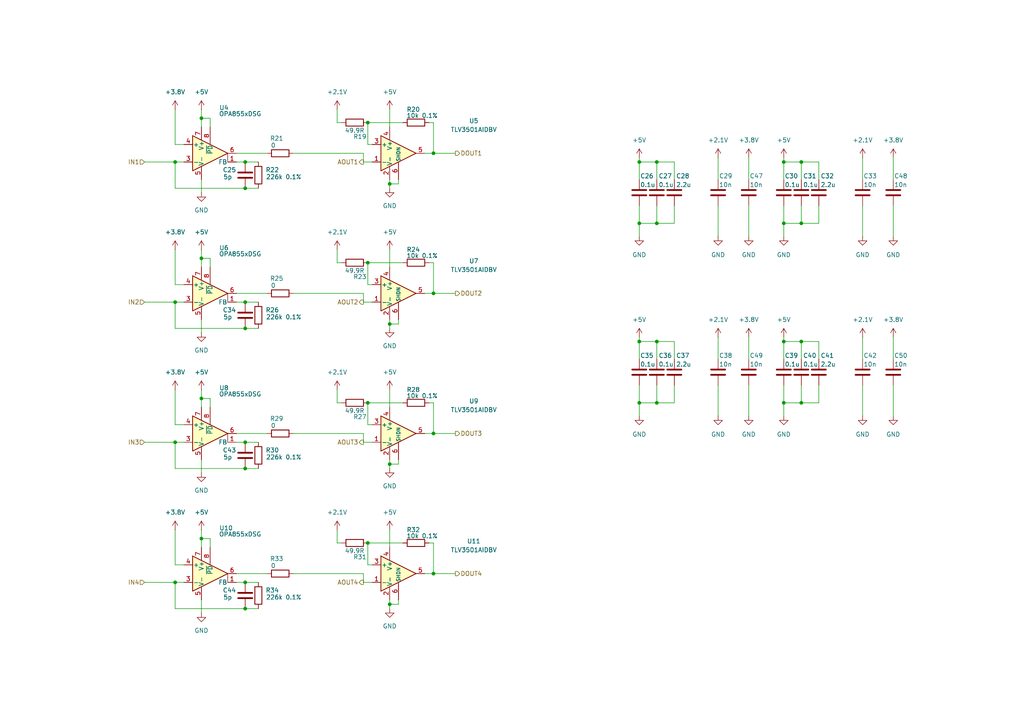
<source format=kicad_sch>
(kicad_sch (version 20231120) (generator "eeschema") (generator_version "8.0")
  (paper "A4")
  (lib_symbols
    (symbol "Device:C" (pin_numbers hide) (pin_names (offset 0.254))
      (property "Reference" "C" (at 0.635 2.54 0))
      (property "Value" "C" (at 0.635 -2.54 0))
      (symbol "C_0_1"
        (polyline (pts (xy -2.032 -0.762) (xy 2.032 -0.762)) (stroke (width 0.508)))
        (polyline (pts (xy -2.032 0.762) (xy 2.032 0.762)) (stroke (width 0.508)))
      )
      (symbol "C_1_1"
        (pin passive line (at 0 3.81 270) (length 2.794) (name "~") (number "1"))
        (pin passive line (at 0 -3.81 90) (length 2.794) (name "~") (number "2"))
      )
    )
    (symbol "Device:R" (pin_numbers hide) (pin_names (offset 0))
      (property "Reference" "R" (at 2.032 0 90))
      (property "Value" "R" (at 0 0 90))
      (symbol "R_0_1"
        (rectangle (start -1.016 -2.54) (end 1.016 2.54) (stroke (width 0.254)))
      )
      (symbol "R_1_1"
        (pin passive line (at 0 3.81 270) (length 1.27) (name "~") (number "1"))
        (pin passive line (at 0 -3.81 90) (length 1.27) (name "~") (number "2"))
      )
    )
    (symbol "opa855:OPA855xDSG" (pin_names (offset 0.127))
      (property "Reference" "U" (at 1.27 8.89 0))
      (property "Value" "OPA855xDSG" (at 1.27 6.35 0))
      (symbol "OPA855xDSG_0_0"
        (pin power_in line (at -2.54 7.62 270) (length 3.81) (name "V+") (number "7"))
        (pin input line (at 0 7.62 270) (length 5.08) (name "~{PD}") (number "8"))
        (pin passive line (at -2.54 -7.62 90) (length 3.81) hide (name "V-") (number "9"))
      )
      (symbol "OPA855xDSG_0_1"
        (polyline (pts (xy 5.08 0) (xy 5.08 -2.54)) (stroke (width 0.1524)))
        (polyline (pts (xy -5.08 5.08) (xy 5.08 0) (xy -5.08 -5.08) (xy -5.08 5.08)) (stroke (width 0.254)) (fill (type background)))
        (pin no_connect line (at -5.08 -5.08 90) (length 3.81) hide (name "NC") (number "2"))
        (pin output line (at 7.62 0 180) (length 2.54) (name "~") (number "6"))
      )
      (symbol "OPA855xDSG_1_1"
        (pin output line (at 7.62 -2.54 180) (length 2.54) (name "FB") (number "1"))
        (pin input line (at -7.62 -2.54 0) (length 2.54) (name "-") (number "3"))
        (pin input line (at -7.62 2.54 0) (length 2.54) (name "+") (number "4"))
        (pin power_in line (at -2.54 -7.62 90) (length 3.81) (name "V-") (number "5"))
      )
    )
    (symbol "power:+5V" (power) (pin_numbers hide) (pin_names (offset 0) hide)
      (property "Value" "+5V" (at 0 3.556 0))
      (symbol "+5V_0_1"
        (polyline (pts (xy -0.762 1.27) (xy 0 2.54)))
        (polyline (pts (xy 0 0) (xy 0 2.54)))
        (polyline (pts (xy 0 2.54) (xy 0.762 1.27)))
      )
      (symbol "+5V_1_1"
        (pin power_in line (at 0 0 90) (length 0) (name "~") (number "1"))
      )
    )
    (symbol "power:GND" (power) (pin_numbers hide) (pin_names (offset 0) hide)
      (property "Value" "GND" (at 0 -3.81 0))
      (symbol "GND_0_1"
        (polyline (pts (xy 0 0) (xy 0 -1.27) (xy 1.27 -1.27) (xy 0 -2.54) (xy -1.27 -1.27) (xy 0 -1.27)))
      )
      (symbol "GND_1_1"
        (pin power_in line (at 0 0 270) (length 0) (name "~") (number "1"))
      )
    )
    (symbol "tlv3501:TLV3501AIDBV" (pin_names (offset 0.127))
      (property "Reference" "U" (at 3.81 -5.08 0))
      (property "Value" "TLV3501AIDBV" (at 3.81 -7.62 0))
      (symbol "TLV3501AIDBV_1_1"
        (polyline (pts (xy -5.08 5.08) (xy 5.08 0) (xy -5.08 -5.08) (xy -5.08 5.08)) (stroke (width 0.254)) (fill (type background)))
        (pin input line (at -7.62 -2.54 0) (length 2.54) (name "-") (number "1"))
        (pin power_in line (at -2.54 -7.62 90) (length 3.81) (name "V-") (number "2"))
        (pin input line (at -7.62 2.54 0) (length 2.54) (name "+") (number "3"))
        (pin power_in line (at -2.54 7.62 270) (length 3.81) (name "V+") (number "4"))
        (pin output line (at 7.62 0 180) (length 2.54) (name "~") (number "5"))
        (pin input line (at 0 -7.62 90) (length 5.08) (name "SHDN") (number "6"))
      )
    )
  )
  (junction (at 71.12 54.61))
  (junction (at 232.41 116.84))
  (junction (at 71.12 87.63))
  (junction (at 190.5 99.06))
  (junction (at 71.12 176.53))
  (junction (at 50.8 87.63))
  (junction (at 232.41 46.99))
  (junction (at 71.12 168.91))
  (junction (at 185.42 64.77))
  (junction (at 125.73 44.45))
  (junction (at 232.41 99.06))
  (junction (at 227.33 99.06))
  (junction (at 190.5 46.99))
  (junction (at 106.68 157.48))
  (junction (at 71.12 46.99))
  (junction (at 58.42 34.29))
  (junction (at 106.68 35.56))
  (junction (at 113.03 93.98))
  (junction (at 227.33 46.99))
  (junction (at 125.73 85.09))
  (junction (at 125.73 125.73))
  (junction (at 50.8 168.91))
  (junction (at 185.42 99.06))
  (junction (at 58.42 115.57))
  (junction (at 185.42 116.84))
  (junction (at 185.42 46.99))
  (junction (at 190.5 64.77))
  (junction (at 58.42 74.93))
  (junction (at 71.12 95.25))
  (junction (at 71.12 128.27))
  (junction (at 227.33 116.84))
  (junction (at 58.42 156.21))
  (junction (at 227.33 64.77))
  (junction (at 113.03 134.62))
  (junction (at 50.8 128.27))
  (junction (at 125.73 166.37))
  (junction (at 50.8 46.99))
  (junction (at 106.68 116.84))
  (junction (at 232.41 64.77))
  (junction (at 113.03 53.34))
  (junction (at 113.03 175.26))
  (junction (at 71.12 135.89))
  (junction (at 106.68 76.2))
  (junction (at 190.5 116.84))
  (wire (pts (xy 71.12 95.25) (xy 74.93 95.25)))
  (wire (pts (xy 237.49 99.06) (xy 232.41 99.06)))
  (wire (pts (xy 106.68 157.48) (xy 116.84 157.48)))
  (wire (pts (xy 60.96 118.11) (xy 60.96 115.57)))
  (wire (pts (xy 190.5 116.84) (xy 195.58 116.84)))
  (wire (pts (xy 227.33 99.06) (xy 232.41 99.06)))
  (wire (pts (xy 50.8 113.03) (xy 50.8 123.19)))
  (wire (pts (xy 58.42 113.03) (xy 58.42 115.57)))
  (wire (pts (xy 71.12 87.63) (xy 74.93 87.63)))
  (wire (pts (xy 185.42 97.79) (xy 185.42 99.06)))
  (wire (pts (xy 97.79 116.84) (xy 99.06 116.84)))
  (wire (pts (xy 217.17 45.72) (xy 217.17 52.07)))
  (wire (pts (xy 60.96 115.57) (xy 58.42 115.57)))
  (wire (pts (xy 113.03 175.26) (xy 113.03 176.53)))
  (wire (pts (xy 123.19 85.09) (xy 125.73 85.09)))
  (wire (pts (xy 97.79 113.03) (xy 97.79 116.84)))
  (wire (pts (xy 123.19 44.45) (xy 125.73 44.45)))
  (wire (pts (xy 124.46 157.48) (xy 125.73 157.48)))
  (wire (pts (xy 115.57 92.71) (xy 115.57 93.98)))
  (wire (pts (xy 123.19 166.37) (xy 125.73 166.37)))
  (wire (pts (xy 113.03 93.98) (xy 115.57 93.98)))
  (wire (pts (xy 68.58 46.99) (xy 71.12 46.99)))
  (wire (pts (xy 232.41 99.06) (xy 232.41 104.14)))
  (wire (pts (xy 113.03 52.07) (xy 113.03 53.34)))
  (wire (pts (xy 50.8 168.91) (xy 50.8 176.53)))
  (wire (pts (xy 105.41 44.45) (xy 105.41 46.99)))
  (wire (pts (xy 125.73 125.73) (xy 132.08 125.73)))
  (wire (pts (xy 41.91 128.27) (xy 50.8 128.27)))
  (wire (pts (xy 68.58 168.91) (xy 71.12 168.91)))
  (wire (pts (xy 85.09 166.37) (xy 105.41 166.37)))
  (wire (pts (xy 227.33 111.76) (xy 227.33 116.84)))
  (wire (pts (xy 50.8 135.89) (xy 71.12 135.89)))
  (wire (pts (xy 185.42 45.72) (xy 185.42 46.99)))
  (wire (pts (xy 106.68 41.91) (xy 107.95 41.91)))
  (wire (pts (xy 113.03 134.62) (xy 113.03 135.89)))
  (wire (pts (xy 195.58 52.07) (xy 195.58 46.99)))
  (wire (pts (xy 60.96 158.75) (xy 60.96 156.21)))
  (wire (pts (xy 250.19 45.72) (xy 250.19 52.07)))
  (wire (pts (xy 41.91 168.91) (xy 50.8 168.91)))
  (wire (pts (xy 185.42 64.77) (xy 190.5 64.77)))
  (wire (pts (xy 185.42 46.99) (xy 185.42 52.07)))
  (wire (pts (xy 113.03 53.34) (xy 113.03 54.61)))
  (wire (pts (xy 41.91 87.63) (xy 50.8 87.63)))
  (wire (pts (xy 190.5 46.99) (xy 190.5 52.07)))
  (wire (pts (xy 41.91 46.99) (xy 50.8 46.99)))
  (wire (pts (xy 227.33 46.99) (xy 227.33 52.07)))
  (wire (pts (xy 217.17 59.69) (xy 217.17 68.58)))
  (wire (pts (xy 58.42 173.99) (xy 58.42 177.8)))
  (wire (pts (xy 50.8 41.91) (xy 53.34 41.91)))
  (wire (pts (xy 106.68 82.55) (xy 107.95 82.55)))
  (wire (pts (xy 58.42 133.35) (xy 58.42 137.16)))
  (wire (pts (xy 227.33 64.77) (xy 232.41 64.77)))
  (wire (pts (xy 113.03 175.26) (xy 115.57 175.26)))
  (wire (pts (xy 124.46 76.2) (xy 125.73 76.2)))
  (wire (pts (xy 195.58 99.06) (xy 190.5 99.06)))
  (wire (pts (xy 71.12 176.53) (xy 74.93 176.53)))
  (wire (pts (xy 68.58 125.73) (xy 77.47 125.73)))
  (wire (pts (xy 185.42 116.84) (xy 185.42 120.65)))
  (wire (pts (xy 50.8 128.27) (xy 53.34 128.27)))
  (wire (pts (xy 227.33 64.77) (xy 227.33 68.58)))
  (wire (pts (xy 113.03 72.39) (xy 113.03 77.47)))
  (wire (pts (xy 105.41 46.99) (xy 107.95 46.99)))
  (wire (pts (xy 237.49 46.99) (xy 232.41 46.99)))
  (wire (pts (xy 125.73 76.2) (xy 125.73 85.09)))
  (wire (pts (xy 97.79 31.75) (xy 97.79 35.56)))
  (wire (pts (xy 106.68 123.19) (xy 107.95 123.19)))
  (wire (pts (xy 185.42 64.77) (xy 185.42 68.58)))
  (wire (pts (xy 60.96 74.93) (xy 58.42 74.93)))
  (wire (pts (xy 125.73 157.48) (xy 125.73 166.37)))
  (wire (pts (xy 71.12 54.61) (xy 74.93 54.61)))
  (wire (pts (xy 50.8 176.53) (xy 71.12 176.53)))
  (wire (pts (xy 232.41 111.76) (xy 232.41 116.84)))
  (wire (pts (xy 50.8 46.99) (xy 53.34 46.99)))
  (wire (pts (xy 123.19 125.73) (xy 125.73 125.73)))
  (wire (pts (xy 113.03 92.71) (xy 113.03 93.98)))
  (wire (pts (xy 50.8 72.39) (xy 50.8 82.55)))
  (wire (pts (xy 124.46 35.56) (xy 125.73 35.56)))
  (wire (pts (xy 58.42 74.93) (xy 58.42 77.47)))
  (wire (pts (xy 259.08 45.72) (xy 259.08 52.07)))
  (wire (pts (xy 232.41 46.99) (xy 232.41 52.07)))
  (wire (pts (xy 60.96 156.21) (xy 58.42 156.21)))
  (wire (pts (xy 195.58 46.99) (xy 190.5 46.99)))
  (wire (pts (xy 106.68 163.83) (xy 107.95 163.83)))
  (wire (pts (xy 113.03 133.35) (xy 113.03 134.62)))
  (wire (pts (xy 106.68 116.84) (xy 116.84 116.84)))
  (wire (pts (xy 113.03 93.98) (xy 113.03 95.25)))
  (wire (pts (xy 185.42 111.76) (xy 185.42 116.84)))
  (wire (pts (xy 106.68 76.2) (xy 116.84 76.2)))
  (wire (pts (xy 208.28 59.69) (xy 208.28 68.58)))
  (wire (pts (xy 208.28 111.76) (xy 208.28 120.65)))
  (wire (pts (xy 259.08 111.76) (xy 259.08 120.65)))
  (wire (pts (xy 106.68 35.56) (xy 116.84 35.56)))
  (wire (pts (xy 105.41 87.63) (xy 107.95 87.63)))
  (wire (pts (xy 227.33 99.06) (xy 227.33 104.14)))
  (wire (pts (xy 113.03 53.34) (xy 115.57 53.34)))
  (wire (pts (xy 250.19 111.76) (xy 250.19 120.65)))
  (wire (pts (xy 259.08 97.79) (xy 259.08 104.14)))
  (wire (pts (xy 58.42 115.57) (xy 58.42 118.11)))
  (wire (pts (xy 50.8 163.83) (xy 53.34 163.83)))
  (wire (pts (xy 227.33 59.69) (xy 227.33 64.77)))
  (wire (pts (xy 105.41 125.73) (xy 105.41 128.27)))
  (wire (pts (xy 237.49 64.77) (xy 232.41 64.77)))
  (wire (pts (xy 227.33 116.84) (xy 232.41 116.84)))
  (wire (pts (xy 125.73 166.37) (xy 132.08 166.37)))
  (wire (pts (xy 259.08 59.69) (xy 259.08 68.58)))
  (wire (pts (xy 185.42 46.99) (xy 190.5 46.99)))
  (wire (pts (xy 237.49 52.07) (xy 237.49 46.99)))
  (wire (pts (xy 71.12 128.27) (xy 74.93 128.27)))
  (wire (pts (xy 115.57 52.07) (xy 115.57 53.34)))
  (wire (pts (xy 237.49 116.84) (xy 232.41 116.84)))
  (wire (pts (xy 105.41 166.37) (xy 105.41 168.91)))
  (wire (pts (xy 50.8 54.61) (xy 71.12 54.61)))
  (wire (pts (xy 58.42 153.67) (xy 58.42 156.21)))
  (wire (pts (xy 50.8 46.99) (xy 50.8 54.61)))
  (wire (pts (xy 105.41 128.27) (xy 107.95 128.27)))
  (wire (pts (xy 58.42 156.21) (xy 58.42 158.75)))
  (wire (pts (xy 68.58 166.37) (xy 77.47 166.37)))
  (wire (pts (xy 113.03 134.62) (xy 115.57 134.62)))
  (wire (pts (xy 185.42 99.06) (xy 190.5 99.06)))
  (wire (pts (xy 217.17 111.76) (xy 217.17 120.65)))
  (wire (pts (xy 190.5 111.76) (xy 190.5 116.84)))
  (wire (pts (xy 113.03 173.99) (xy 113.03 175.26)))
  (wire (pts (xy 113.03 31.75) (xy 113.03 36.83)))
  (wire (pts (xy 185.42 59.69) (xy 185.42 64.77)))
  (wire (pts (xy 68.58 87.63) (xy 71.12 87.63)))
  (wire (pts (xy 58.42 31.75) (xy 58.42 34.29)))
  (wire (pts (xy 125.73 44.45) (xy 132.08 44.45)))
  (wire (pts (xy 125.73 35.56) (xy 125.73 44.45)))
  (wire (pts (xy 50.8 31.75) (xy 50.8 41.91)))
  (wire (pts (xy 232.41 59.69) (xy 232.41 64.77)))
  (wire (pts (xy 227.33 116.84) (xy 227.33 120.65)))
  (wire (pts (xy 97.79 153.67) (xy 97.79 157.48)))
  (wire (pts (xy 85.09 125.73) (xy 105.41 125.73)))
  (wire (pts (xy 195.58 64.77) (xy 190.5 64.77)))
  (wire (pts (xy 97.79 76.2) (xy 99.06 76.2)))
  (wire (pts (xy 71.12 135.89) (xy 74.93 135.89)))
  (wire (pts (xy 195.58 59.69) (xy 195.58 64.77)))
  (wire (pts (xy 68.58 128.27) (xy 71.12 128.27)))
  (wire (pts (xy 85.09 44.45) (xy 105.41 44.45)))
  (wire (pts (xy 50.8 87.63) (xy 50.8 95.25)))
  (wire (pts (xy 68.58 85.09) (xy 77.47 85.09)))
  (wire (pts (xy 58.42 92.71) (xy 58.42 96.52)))
  (wire (pts (xy 237.49 59.69) (xy 237.49 64.77)))
  (wire (pts (xy 106.68 76.2) (xy 106.68 82.55)))
  (wire (pts (xy 97.79 35.56) (xy 99.06 35.56)))
  (wire (pts (xy 58.42 52.07) (xy 58.42 55.88)))
  (wire (pts (xy 60.96 34.29) (xy 58.42 34.29)))
  (wire (pts (xy 50.8 153.67) (xy 50.8 163.83)))
  (wire (pts (xy 227.33 45.72) (xy 227.33 46.99)))
  (wire (pts (xy 97.79 157.48) (xy 99.06 157.48)))
  (wire (pts (xy 50.8 87.63) (xy 53.34 87.63)))
  (wire (pts (xy 227.33 46.99) (xy 232.41 46.99)))
  (wire (pts (xy 250.19 59.69) (xy 250.19 68.58)))
  (wire (pts (xy 113.03 153.67) (xy 113.03 158.75)))
  (wire (pts (xy 50.8 95.25) (xy 71.12 95.25)))
  (wire (pts (xy 50.8 82.55) (xy 53.34 82.55)))
  (wire (pts (xy 85.09 85.09) (xy 105.41 85.09)))
  (wire (pts (xy 71.12 168.91) (xy 74.93 168.91)))
  (wire (pts (xy 125.73 85.09) (xy 132.08 85.09)))
  (wire (pts (xy 125.73 116.84) (xy 125.73 125.73)))
  (wire (pts (xy 71.12 46.99) (xy 74.93 46.99)))
  (wire (pts (xy 105.41 168.91) (xy 107.95 168.91)))
  (wire (pts (xy 185.42 99.06) (xy 185.42 104.14)))
  (wire (pts (xy 190.5 99.06) (xy 190.5 104.14)))
  (wire (pts (xy 113.03 113.03) (xy 113.03 118.11)))
  (wire (pts (xy 97.79 72.39) (xy 97.79 76.2)))
  (wire (pts (xy 195.58 111.76) (xy 195.58 116.84)))
  (wire (pts (xy 60.96 36.83) (xy 60.96 34.29)))
  (wire (pts (xy 250.19 97.79) (xy 250.19 104.14)))
  (wire (pts (xy 106.68 116.84) (xy 106.68 123.19)))
  (wire (pts (xy 50.8 123.19) (xy 53.34 123.19)))
  (wire (pts (xy 237.49 104.14) (xy 237.49 99.06)))
  (wire (pts (xy 50.8 128.27) (xy 50.8 135.89)))
  (wire (pts (xy 190.5 59.69) (xy 190.5 64.77)))
  (wire (pts (xy 208.28 97.79) (xy 208.28 104.14)))
  (wire (pts (xy 58.42 34.29) (xy 58.42 36.83)))
  (wire (pts (xy 237.49 111.76) (xy 237.49 116.84)))
  (wire (pts (xy 58.42 72.39) (xy 58.42 74.93)))
  (wire (pts (xy 50.8 168.91) (xy 53.34 168.91)))
  (wire (pts (xy 185.42 116.84) (xy 190.5 116.84)))
  (wire (pts (xy 115.57 173.99) (xy 115.57 175.26)))
  (wire (pts (xy 106.68 157.48) (xy 106.68 163.83)))
  (wire (pts (xy 124.46 116.84) (xy 125.73 116.84)))
  (wire (pts (xy 227.33 97.79) (xy 227.33 99.06)))
  (wire (pts (xy 60.96 77.47) (xy 60.96 74.93)))
  (wire (pts (xy 106.68 35.56) (xy 106.68 41.91)))
  (wire (pts (xy 217.17 97.79) (xy 217.17 104.14)))
  (wire (pts (xy 105.41 85.09) (xy 105.41 87.63)))
  (wire (pts (xy 68.58 44.45) (xy 77.47 44.45)))
  (wire (pts (xy 115.57 133.35) (xy 115.57 134.62)))
  (wire (pts (xy 195.58 104.14) (xy 195.58 99.06)))
  (wire (pts (xy 208.28 45.72) (xy 208.28 52.07)))
  (hierarchical_label "AOUT3" (shape output) (at 105.41 128.27 180))
  (hierarchical_label "DOUT3" (shape output) (at 132.08 125.73 0))
  (hierarchical_label "IN2" (shape input) (at 41.91 87.63 180))
  (hierarchical_label "IN3" (shape input) (at 41.91 128.27 180))
  (hierarchical_label "AOUT1" (shape output) (at 105.41 46.99 180))
  (hierarchical_label "AOUT4" (shape output) (at 105.41 168.91 180))
  (hierarchical_label "DOUT4" (shape output) (at 132.08 166.37 0))
  (hierarchical_label "IN1" (shape input) (at 41.91 46.99 180))
  (hierarchical_label "AOUT2" (shape output) (at 105.41 87.63 180))
  (hierarchical_label "DOUT1" (shape output) (at 132.08 44.45 0))
  (hierarchical_label "IN4" (shape input) (at 41.91 168.91 180))
  (hierarchical_label "DOUT2" (shape output) (at 132.08 85.09 0))
  (symbol (lib_id "Device:C") (at 217.17 107.95 0) (unit 1)
    (property "Reference" "C49" (at 217.424 103.124 0) (effects (justify left)))
    (property "Value" "10n" (at 217.424 105.664 0) (effects (justify left)))
    (property "Footprint" "Capacitor_SMD:C_0402_1005Metric" (effects (hide yes)))
    (property "Description" "Unpolarized capacitor" (effects (hide yes)))
    (property "LCSC" "C1524" (effects (hide yes)))
  )
  (symbol (lib_id "power:+5V") (at 227.33 45.72 0) (unit 1)
    (property "Reference" "#PWR046" (effects (hide yes)))
    (property "Value" "+5V" (at 227.33 40.64 0))
    (property "Description" "Power symbol creates a global label with name \"+5V\"" (effects (hide yes)))
  )
  (symbol (lib_id "Device:R") (at 120.65 116.84 90) (unit 1)
    (property "Reference" "R28" (at 119.888 113.03 90))
    (property "Value" "10k 0.1%" (at 122.428 114.808 90))
    (property "Footprint" "Resistor_SMD:R_0603_1608Metric" (effects (hide yes)))
    (property "Description" "Resistor" (effects (hide yes)))
    (property "LCSC" "C136139" (effects (hide yes)))
  )
  (symbol (lib_id "Device:R") (at 120.65 76.2 90) (unit 1)
    (property "Reference" "R24" (at 119.888 72.39 90))
    (property "Value" "10k 0.1%" (at 122.428 74.168 90))
    (property "Footprint" "Resistor_SMD:R_0603_1608Metric" (effects (hide yes)))
    (property "Description" "Resistor" (effects (hide yes)))
    (property "LCSC" "C136139" (effects (hide yes)))
  )
  (symbol (lib_id "power:GND") (at 217.17 68.58 0) (unit 1)
    (property "Reference" "#PWR081" (effects (hide yes)))
    (property "Value" "GND" (at 217.17 73.914 0))
    (property "Description" "Power symbol creates a global label with name \"GND\" , ground" (effects (hide yes)))
  )
  (symbol (lib_id "power:GND") (at 58.42 137.16 0) (unit 1)
    (property "Reference" "#PWR073" (effects (hide yes)))
    (property "Value" "GND" (at 58.42 142.24 0))
    (property "Description" "Power symbol creates a global label with name \"GND\" , ground" (effects (hide yes)))
  )
  (symbol (lib_id "power:GND") (at 113.03 54.61 0) (unit 1)
    (property "Reference" "#PWR048" (effects (hide yes)))
    (property "Value" "GND" (at 113.03 59.69 0))
    (property "Description" "Power symbol creates a global label with name \"GND\" , ground" (effects (hide yes)))
  )
  (symbol (lib_id "Device:R") (at 102.87 116.84 270) (unit 1)
    (property "Reference" "R27" (at 104.394 120.904 90))
    (property "Value" "49.9R" (at 102.87 119.126 90))
    (property "Footprint" "Resistor_SMD:R_0402_1005Metric" (effects (hide yes)))
    (property "Description" "Resistor" (effects (hide yes)))
    (property "LCSC" "C25120" (effects (hide yes)))
  )
  (symbol (lib_id "power:+5V") (at 208.28 97.79 0) (unit 1)
    (property "Reference" "#PWR061" (effects (hide yes)))
    (property "Value" "+2.1V" (at 208.28 92.71 0))
    (property "Description" "Power symbol creates a global label with name \"+5V\"" (effects (hide yes)))
  )
  (symbol (lib_id "power:GND") (at 208.28 68.58 0) (unit 1)
    (property "Reference" "#PWR051" (effects (hide yes)))
    (property "Value" "GND" (at 208.28 73.914 0))
    (property "Description" "Power symbol creates a global label with name \"GND\" , ground" (effects (hide yes)))
  )
  (symbol (lib_id "Device:R") (at 102.87 76.2 270) (unit 1)
    (property "Reference" "R23" (at 104.394 80.264 90))
    (property "Value" "49.9R" (at 102.87 78.486 90))
    (property "Footprint" "Resistor_SMD:R_0402_1005Metric" (effects (hide yes)))
    (property "Description" "Resistor" (effects (hide yes)))
    (property "LCSC" "C25120" (effects (hide yes)))
  )
  (symbol (lib_id "power:GND") (at 208.28 120.65 0) (unit 1)
    (property "Reference" "#PWR069" (effects (hide yes)))
    (property "Value" "GND" (at 208.28 125.984 0))
    (property "Description" "Power symbol creates a global label with name \"GND\" , ground" (effects (hide yes)))
  )
  (symbol (lib_id "power:+5V") (at 58.42 31.75 0) (unit 1)
    (property "Reference" "#PWR041" (effects (hide yes)))
    (property "Value" "+5V" (at 58.42 26.67 0))
    (property "Description" "Power symbol creates a global label with name \"+5V\"" (effects (hide yes)))
  )
  (symbol (lib_id "power:GND") (at 58.42 55.88 0) (unit 1)
    (property "Reference" "#PWR049" (effects (hide yes)))
    (property "Value" "GND" (at 58.42 60.96 0))
    (property "Description" "Power symbol creates a global label with name \"GND\" , ground" (effects (hide yes)))
  )
  (symbol (lib_id "power:+5V") (at 50.8 153.67 0) (unit 1)
    (property "Reference" "#PWR074" (effects (hide yes)))
    (property "Value" "+3.8V" (at 50.8 148.59 0))
    (property "Description" "Power symbol creates a global label with name \"+5V\"" (effects (hide yes)))
  )
  (symbol (lib_id "Device:C") (at 232.41 55.88 0) (unit 1)
    (property "Reference" "C31" (at 232.918 51.054 0) (effects (justify left)))
    (property "Value" "0.1u" (at 232.918 53.594 0) (effects (justify left)))
    (property "Footprint" "Capacitor_SMD:C_0402_1005Metric" (effects (hide yes)))
    (property "Description" "Unpolarized capacitor" (effects (hide yes)))
    (property "LCSC" "C1581" (effects (hide yes)))
  )
  (symbol (lib_id "power:GND") (at 113.03 135.89 0) (unit 1)
    (property "Reference" "#PWR072" (effects (hide yes)))
    (property "Value" "GND" (at 113.03 140.97 0))
    (property "Description" "Power symbol creates a global label with name \"GND\" , ground" (effects (hide yes)))
  )
  (symbol (lib_id "tlv3501:TLV3501AIDBV") (at 115.57 166.37 0) (unit 1)
    (property "Reference" "U11" (at 137.414 156.972 0))
    (property "Value" "TLV3501AIDBV" (at 137.414 159.512 0))
    (property "Footprint" "Package_TO_SOT_SMD:SOT-23-6" (effects (hide yes)))
    (property "Datasheet" "https://www.ti.com/lit/ds/symlink/tlv3501.pdf" (effects (hide yes)))
    (property "Description" "High-Speed Comparator, 4.5-ns, Rail-to-Rail, Push-Pull CMOS Output, SOT-23-6" (effects (hide yes)))
    (property "LCSC" "C193413" (effects (hide yes)))
  )
  (symbol (lib_id "Device:C") (at 259.08 107.95 0) (unit 1)
    (property "Reference" "C50" (at 259.334 103.124 0) (effects (justify left)))
    (property "Value" "10n" (at 259.334 105.664 0) (effects (justify left)))
    (property "Footprint" "Capacitor_SMD:C_0402_1005Metric" (effects (hide yes)))
    (property "Description" "Unpolarized capacitor" (effects (hide yes)))
    (property "LCSC" "C1524" (effects (hide yes)))
  )
  (symbol (lib_id "power:+5V") (at 113.03 153.67 0) (unit 1)
    (property "Reference" "#PWR077" (effects (hide yes)))
    (property "Value" "+5V" (at 113.03 148.59 0))
    (property "Description" "Power symbol creates a global label with name \"+5V\"" (effects (hide yes)))
  )
  (symbol (lib_id "power:GND") (at 217.17 120.65 0) (unit 1)
    (property "Reference" "#PWR085" (effects (hide yes)))
    (property "Value" "GND" (at 217.17 125.984 0))
    (property "Description" "Power symbol creates a global label with name \"GND\" , ground" (effects (hide yes)))
  )
  (symbol (lib_id "power:+5V") (at 259.08 45.72 0) (unit 1)
    (property "Reference" "#PWR082" (effects (hide yes)))
    (property "Value" "+3.8V" (at 259.08 40.64 0))
    (property "Description" "Power symbol creates a global label with name \"+5V\"" (effects (hide yes)))
  )
  (symbol (lib_id "Device:R") (at 74.93 91.44 180) (unit 1)
    (property "Reference" "R26" (at 78.994 89.916 0))
    (property "Value" "226k 0.1%" (at 82.296 91.948 0))
    (property "Footprint" "Resistor_SMD:R_0603_1608Metric" (effects (hide yes)))
    (property "Description" "Resistor" (effects (hide yes)))
    (property "LCSC" "C861233" (effects (hide yes)))
  )
  (symbol (lib_id "power:+5V") (at 97.79 113.03 0) (unit 1)
    (property "Reference" "#PWR066" (effects (hide yes)))
    (property "Value" "+2.1V" (at 97.79 107.95 0))
    (property "Description" "Power symbol creates a global label with name \"+5V\"" (effects (hide yes)))
  )
  (symbol (lib_id "opa855:OPA855xDSG") (at 60.96 85.09 0) (unit 1)
    (property "Reference" "U6" (at 63.5919 71.882 0) (effects (justify left)))
    (property "Value" "OPA855xDSG" (at 63.5 73.66 0) (effects (justify left)))
    (property "Footprint" "Package_SON:WSON-8-1EP_2x2mm_P0.5mm_EP0.9x1.6mm" (effects (hide yes)))
    (property "Datasheet" "http://www.ti.com/lit/ds/symlink/opa855.pdf" (effects (hide yes)))
    (property "Description" "8-GHz Gain Bandwidth Product, Gain of 7-V/V Stable, Bipolar Input Amplifier, WSON-8" (effects (hide yes)))
    (property "LCSC" "C1409030" (effects (hide yes)))
  )
  (symbol (lib_id "power:+5V") (at 250.19 97.79 0) (unit 1)
    (property "Reference" "#PWR063" (effects (hide yes)))
    (property "Value" "+2.1V" (at 250.19 92.71 0))
    (property "Description" "Power symbol creates a global label with name \"+5V\"" (effects (hide yes)))
  )
  (symbol (lib_id "Device:C") (at 217.17 55.88 0) (unit 1)
    (property "Reference" "C47" (at 217.424 51.054 0) (effects (justify left)))
    (property "Value" "10n" (at 217.424 53.594 0) (effects (justify left)))
    (property "Footprint" "Capacitor_SMD:C_0402_1005Metric" (effects (hide yes)))
    (property "Description" "Unpolarized capacitor" (effects (hide yes)))
    (property "LCSC" "C1524" (effects (hide yes)))
  )
  (symbol (lib_id "power:GND") (at 185.42 68.58 0) (unit 1)
    (property "Reference" "#PWR050" (effects (hide yes)))
    (property "Value" "GND" (at 185.42 73.914 0))
    (property "Description" "Power symbol creates a global label with name \"GND\" , ground" (effects (hide yes)))
  )
  (symbol (lib_id "power:+5V") (at 259.08 97.79 0) (unit 1)
    (property "Reference" "#PWR086" (effects (hide yes)))
    (property "Value" "+3.8V" (at 259.08 92.71 0))
    (property "Description" "Power symbol creates a global label with name \"+5V\"" (effects (hide yes)))
  )
  (symbol (lib_id "power:GND") (at 250.19 68.58 0) (unit 1)
    (property "Reference" "#PWR053" (effects (hide yes)))
    (property "Value" "GND" (at 250.19 73.914 0))
    (property "Description" "Power symbol creates a global label with name \"GND\" , ground" (effects (hide yes)))
  )
  (symbol (lib_id "Device:C") (at 227.33 55.88 0) (unit 1)
    (property "Reference" "C30" (at 227.584 51.054 0) (effects (justify left)))
    (property "Value" "0.1u" (at 227.584 53.594 0) (effects (justify left)))
    (property "Footprint" "Capacitor_SMD:C_0402_1005Metric" (effects (hide yes)))
    (property "Description" "Unpolarized capacitor" (effects (hide yes)))
    (property "LCSC" "C1581" (effects (hide yes)))
  )
  (symbol (lib_id "Device:C") (at 195.58 107.95 0) (unit 1)
    (property "Reference" "C37" (at 196.088 103.124 0) (effects (justify left)))
    (property "Value" "2.2u" (at 196.088 105.664 0) (effects (justify left)))
    (property "Footprint" "Capacitor_SMD:C_0402_1005Metric" (effects (hide yes)))
    (property "Description" "Unpolarized capacitor" (effects (hide yes)))
    (property "LCSC" "C60078" (effects (hide yes)))
  )
  (symbol (lib_id "Device:C") (at 190.5 107.95 0) (unit 1)
    (property "Reference" "C36" (at 191.008 103.124 0) (effects (justify left)))
    (property "Value" "0.1u" (at 191.008 105.664 0) (effects (justify left)))
    (property "Footprint" "Capacitor_SMD:C_0402_1005Metric" (effects (hide yes)))
    (property "Description" "Unpolarized capacitor" (effects (hide yes)))
    (property "LCSC" "C1581" (effects (hide yes)))
  )
  (symbol (lib_id "Device:C") (at 259.08 55.88 0) (unit 1)
    (property "Reference" "C48" (at 259.334 51.054 0) (effects (justify left)))
    (property "Value" "10n" (at 259.334 53.594 0) (effects (justify left)))
    (property "Footprint" "Capacitor_SMD:C_0402_1005Metric" (effects (hide yes)))
    (property "Description" "Unpolarized capacitor" (effects (hide yes)))
    (property "LCSC" "C1524" (effects (hide yes)))
  )
  (symbol (lib_id "Device:R") (at 81.28 44.45 90) (unit 1)
    (property "Reference" "R21" (at 80.264 40.132 90))
    (property "Value" "0" (at 79.248 42.164 90))
    (property "Footprint" "Resistor_SMD:R_0402_1005Metric" (effects (hide yes)))
    (property "Description" "Resistor" (effects (hide yes)))
    (property "LCSC" "C17168" (effects (hide yes)))
  )
  (symbol (lib_id "opa855:OPA855xDSG") (at 60.96 44.45 0) (unit 1)
    (property "Reference" "U4" (at 63.5919 31.242 0) (effects (justify left)))
    (property "Value" "OPA855xDSG" (at 63.5 33.02 0) (effects (justify left)))
    (property "Footprint" "Package_SON:WSON-8-1EP_2x2mm_P0.5mm_EP0.9x1.6mm" (effects (hide yes)))
    (property "Datasheet" "http://www.ti.com/lit/ds/symlink/opa855.pdf" (effects (hide yes)))
    (property "Description" "8-GHz Gain Bandwidth Product, Gain of 7-V/V Stable, Bipolar Input Amplifier, WSON-8" (effects (hide yes)))
    (property "LCSC" "C1409030" (effects (hide yes)))
  )
  (symbol (lib_id "Device:C") (at 237.49 55.88 0) (unit 1)
    (property "Reference" "C32" (at 237.998 51.054 0) (effects (justify left)))
    (property "Value" "2.2u" (at 237.998 53.594 0) (effects (justify left)))
    (property "Footprint" "Capacitor_SMD:C_0402_1005Metric" (effects (hide yes)))
    (property "Description" "Unpolarized capacitor" (effects (hide yes)))
    (property "LCSC" "C60078" (effects (hide yes)))
  )
  (symbol (lib_id "power:+5V") (at 227.33 97.79 0) (unit 1)
    (property "Reference" "#PWR062" (effects (hide yes)))
    (property "Value" "+5V" (at 227.33 92.71 0))
    (property "Description" "Power symbol creates a global label with name \"+5V\"" (effects (hide yes)))
  )
  (symbol (lib_id "Device:R") (at 81.28 166.37 90) (unit 1)
    (property "Reference" "R33" (at 80.264 162.052 90))
    (property "Value" "0" (at 79.248 164.084 90))
    (property "Footprint" "Resistor_SMD:R_0402_1005Metric" (effects (hide yes)))
    (property "Description" "Resistor" (effects (hide yes)))
    (property "LCSC" "C17168" (effects (hide yes)))
  )
  (symbol (lib_id "Device:C") (at 190.5 55.88 0) (unit 1)
    (property "Reference" "C27" (at 191.008 51.054 0) (effects (justify left)))
    (property "Value" "0.1u" (at 191.008 53.594 0) (effects (justify left)))
    (property "Footprint" "Capacitor_SMD:C_0402_1005Metric" (effects (hide yes)))
    (property "Description" "Unpolarized capacitor" (effects (hide yes)))
    (property "LCSC" "C1581" (effects (hide yes)))
  )
  (symbol (lib_id "tlv3501:TLV3501AIDBV") (at 115.57 44.45 0) (unit 1)
    (property "Reference" "U5" (at 137.414 35.052 0))
    (property "Value" "TLV3501AIDBV" (at 137.414 37.592 0))
    (property "Footprint" "Package_TO_SOT_SMD:SOT-23-6" (effects (hide yes)))
    (property "Datasheet" "https://www.ti.com/lit/ds/symlink/tlv3501.pdf" (effects (hide yes)))
    (property "Description" "High-Speed Comparator, 4.5-ns, Rail-to-Rail, Push-Pull CMOS Output, SOT-23-6" (effects (hide yes)))
    (property "LCSC" "C193413" (effects (hide yes)))
  )
  (symbol (lib_id "Device:R") (at 74.93 50.8 180) (unit 1)
    (property "Reference" "R22" (at 78.994 49.276 0))
    (property "Value" "226k 0.1%" (at 82.296 51.308 0))
    (property "Footprint" "Resistor_SMD:R_0603_1608Metric" (effects (hide yes)))
    (property "Description" "Resistor" (effects (hide yes)))
    (property "LCSC" "C861233" (effects (hide yes)))
  )
  (symbol (lib_id "power:+5V") (at 58.42 72.39 0) (unit 1)
    (property "Reference" "#PWR055" (effects (hide yes)))
    (property "Value" "+5V" (at 58.42 67.31 0))
    (property "Description" "Power symbol creates a global label with name \"+5V\"" (effects (hide yes)))
  )
  (symbol (lib_id "power:GND") (at 58.42 177.8 0) (unit 1)
    (property "Reference" "#PWR079" (effects (hide yes)))
    (property "Value" "GND" (at 58.42 182.88 0))
    (property "Description" "Power symbol creates a global label with name \"GND\" , ground" (effects (hide yes)))
  )
  (symbol (lib_id "opa855:OPA855xDSG") (at 60.96 125.73 0) (unit 1)
    (property "Reference" "U8" (at 63.5919 112.522 0) (effects (justify left)))
    (property "Value" "OPA855xDSG" (at 63.5 114.3 0) (effects (justify left)))
    (property "Footprint" "Package_SON:WSON-8-1EP_2x2mm_P0.5mm_EP0.9x1.6mm" (effects (hide yes)))
    (property "Datasheet" "http://www.ti.com/lit/ds/symlink/opa855.pdf" (effects (hide yes)))
    (property "Description" "8-GHz Gain Bandwidth Product, Gain of 7-V/V Stable, Bipolar Input Amplifier, WSON-8" (effects (hide yes)))
    (property "LCSC" "C1409030" (effects (hide yes)))
  )
  (symbol (lib_id "power:+5V") (at 208.28 45.72 0) (unit 1)
    (property "Reference" "#PWR045" (effects (hide yes)))
    (property "Value" "+2.1V" (at 208.28 40.64 0))
    (property "Description" "Power symbol creates a global label with name \"+5V\"" (effects (hide yes)))
  )
  (symbol (lib_id "power:GND") (at 250.19 120.65 0) (unit 1)
    (property "Reference" "#PWR071" (effects (hide yes)))
    (property "Value" "GND" (at 250.19 125.984 0))
    (property "Description" "Power symbol creates a global label with name \"GND\" , ground" (effects (hide yes)))
  )
  (symbol (lib_id "power:+5V") (at 97.79 153.67 0) (unit 1)
    (property "Reference" "#PWR076" (effects (hide yes)))
    (property "Value" "+2.1V" (at 97.79 148.59 0))
    (property "Description" "Power symbol creates a global label with name \"+5V\"" (effects (hide yes)))
  )
  (symbol (lib_id "Device:C") (at 71.12 50.8 180) (unit 1)
    (property "Reference" "C25" (at 66.548 49.276 0))
    (property "Value" "5p" (at 66.04 51.308 0))
    (property "Footprint" "Capacitor_SMD:C_0402_1005Metric" (effects (hide yes)))
    (property "Description" "Unpolarized capacitor" (effects (hide yes)))
    (property "LCSC" "C1573" (effects (hide yes)))
  )
  (symbol (lib_id "power:GND") (at 227.33 68.58 0) (unit 1)
    (property "Reference" "#PWR052" (effects (hide yes)))
    (property "Value" "GND" (at 227.33 73.914 0))
    (property "Description" "Power symbol creates a global label with name \"GND\" , ground" (effects (hide yes)))
  )
  (symbol (lib_id "opa855:OPA855xDSG") (at 60.96 166.37 0) (unit 1)
    (property "Reference" "U10" (at 63.5919 153.162 0) (effects (justify left)))
    (property "Value" "OPA855xDSG" (at 63.5 154.94 0) (effects (justify left)))
    (property "Footprint" "Package_SON:WSON-8-1EP_2x2mm_P0.5mm_EP0.9x1.6mm" (effects (hide yes)))
    (property "Datasheet" "http://www.ti.com/lit/ds/symlink/opa855.pdf" (effects (hide yes)))
    (property "Description" "8-GHz Gain Bandwidth Product, Gain of 7-V/V Stable, Bipolar Input Amplifier, WSON-8" (effects (hide yes)))
    (property "LCSC" "C1409030" (effects (hide yes)))
  )
  (symbol (lib_id "power:GND") (at 227.33 120.65 0) (unit 1)
    (property "Reference" "#PWR070" (effects (hide yes)))
    (property "Value" "GND" (at 227.33 125.984 0))
    (property "Description" "Power symbol creates a global label with name \"GND\" , ground" (effects (hide yes)))
  )
  (symbol (lib_id "power:GND") (at 113.03 95.25 0) (unit 1)
    (property "Reference" "#PWR058" (effects (hide yes)))
    (property "Value" "GND" (at 113.03 100.33 0))
    (property "Description" "Power symbol creates a global label with name \"GND\" , ground" (effects (hide yes)))
  )
  (symbol (lib_id "Device:C") (at 250.19 107.95 0) (unit 1)
    (property "Reference" "C42" (at 250.444 103.124 0) (effects (justify left)))
    (property "Value" "10n" (at 250.444 105.664 0) (effects (justify left)))
    (property "Footprint" "Capacitor_SMD:C_0402_1005Metric" (effects (hide yes)))
    (property "Description" "Unpolarized capacitor" (effects (hide yes)))
    (property "LCSC" "C1524" (effects (hide yes)))
  )
  (symbol (lib_id "Device:C") (at 185.42 107.95 0) (unit 1)
    (property "Reference" "C35" (at 185.674 103.124 0) (effects (justify left)))
    (property "Value" "0.1u" (at 185.674 105.664 0) (effects (justify left)))
    (property "Footprint" "Capacitor_SMD:C_0402_1005Metric" (effects (hide yes)))
    (property "Description" "Unpolarized capacitor" (effects (hide yes)))
    (property "LCSC" "C1581" (effects (hide yes)))
  )
  (symbol (lib_id "Device:R") (at 74.93 172.72 180) (unit 1)
    (property "Reference" "R34" (at 78.994 171.196 0))
    (property "Value" "226k 0.1%" (at 82.296 173.228 0))
    (property "Footprint" "Resistor_SMD:R_0603_1608Metric" (effects (hide yes)))
    (property "Description" "Resistor" (effects (hide yes)))
    (property "LCSC" "C861233" (effects (hide yes)))
  )
  (symbol (lib_id "power:GND") (at 259.08 68.58 0) (unit 1)
    (property "Reference" "#PWR083" (effects (hide yes)))
    (property "Value" "GND" (at 259.08 73.914 0))
    (property "Description" "Power symbol creates a global label with name \"GND\" , ground" (effects (hide yes)))
  )
  (symbol (lib_id "power:+5V") (at 217.17 97.79 0) (unit 1)
    (property "Reference" "#PWR084" (effects (hide yes)))
    (property "Value" "+3.8V" (at 217.17 92.71 0))
    (property "Description" "Power symbol creates a global label with name \"+5V\"" (effects (hide yes)))
  )
  (symbol (lib_id "power:+5V") (at 58.42 113.03 0) (unit 1)
    (property "Reference" "#PWR065" (effects (hide yes)))
    (property "Value" "+5V" (at 58.42 107.95 0))
    (property "Description" "Power symbol creates a global label with name \"+5V\"" (effects (hide yes)))
  )
  (symbol (lib_id "Device:C") (at 250.19 55.88 0) (unit 1)
    (property "Reference" "C33" (at 250.444 51.054 0) (effects (justify left)))
    (property "Value" "10n" (at 250.444 53.594 0) (effects (justify left)))
    (property "Footprint" "Capacitor_SMD:C_0402_1005Metric" (effects (hide yes)))
    (property "Description" "Unpolarized capacitor" (effects (hide yes)))
    (property "LCSC" "C1524" (effects (hide yes)))
  )
  (symbol (lib_id "Device:C") (at 227.33 107.95 0) (unit 1)
    (property "Reference" "C39" (at 227.584 103.124 0) (effects (justify left)))
    (property "Value" "0.1u" (at 227.584 105.664 0) (effects (justify left)))
    (property "Footprint" "Capacitor_SMD:C_0402_1005Metric" (effects (hide yes)))
    (property "Description" "Unpolarized capacitor" (effects (hide yes)))
    (property "LCSC" "C1581" (effects (hide yes)))
  )
  (symbol (lib_id "tlv3501:TLV3501AIDBV") (at 115.57 125.73 0) (unit 1)
    (property "Reference" "U9" (at 137.414 116.332 0))
    (property "Value" "TLV3501AIDBV" (at 137.414 118.872 0))
    (property "Footprint" "Package_TO_SOT_SMD:SOT-23-6" (effects (hide yes)))
    (property "Datasheet" "https://www.ti.com/lit/ds/symlink/tlv3501.pdf" (effects (hide yes)))
    (property "Description" "High-Speed Comparator, 4.5-ns, Rail-to-Rail, Push-Pull CMOS Output, SOT-23-6" (effects (hide yes)))
    (property "LCSC" "C193413" (effects (hide yes)))
  )
  (symbol (lib_id "power:GND") (at 58.42 96.52 0) (unit 1)
    (property "Reference" "#PWR059" (effects (hide yes)))
    (property "Value" "GND" (at 58.42 101.6 0))
    (property "Description" "Power symbol creates a global label with name \"GND\" , ground" (effects (hide yes)))
  )
  (symbol (lib_id "Device:C") (at 71.12 172.72 180) (unit 1)
    (property "Reference" "C44" (at 66.548 171.196 0))
    (property "Value" "5p" (at 66.04 173.228 0))
    (property "Footprint" "Capacitor_SMD:C_0402_1005Metric" (effects (hide yes)))
    (property "Description" "Unpolarized capacitor" (effects (hide yes)))
    (property "LCSC" "C1573" (effects (hide yes)))
  )
  (symbol (lib_id "power:+5V") (at 97.79 72.39 0) (unit 1)
    (property "Reference" "#PWR056" (effects (hide yes)))
    (property "Value" "+2.1V" (at 97.79 67.31 0))
    (property "Description" "Power symbol creates a global label with name \"+5V\"" (effects (hide yes)))
  )
  (symbol (lib_id "power:+5V") (at 250.19 45.72 0) (unit 1)
    (property "Reference" "#PWR047" (effects (hide yes)))
    (property "Value" "+2.1V" (at 250.19 40.64 0))
    (property "Description" "Power symbol creates a global label with name \"+5V\"" (effects (hide yes)))
  )
  (symbol (lib_id "Device:R") (at 74.93 132.08 180) (unit 1)
    (property "Reference" "R30" (at 78.994 130.556 0))
    (property "Value" "226k 0.1%" (at 82.296 132.588 0))
    (property "Footprint" "Resistor_SMD:R_0603_1608Metric" (effects (hide yes)))
    (property "Description" "Resistor" (effects (hide yes)))
    (property "LCSC" "C861233" (effects (hide yes)))
  )
  (symbol (lib_id "Device:C") (at 71.12 132.08 180) (unit 1)
    (property "Reference" "C43" (at 66.548 130.556 0))
    (property "Value" "5p" (at 66.04 132.588 0))
    (property "Footprint" "Capacitor_SMD:C_0402_1005Metric" (effects (hide yes)))
    (property "Description" "Unpolarized capacitor" (effects (hide yes)))
    (property "LCSC" "C1573" (effects (hide yes)))
  )
  (symbol (lib_id "power:+5V") (at 97.79 31.75 0) (unit 1)
    (property "Reference" "#PWR042" (effects (hide yes)))
    (property "Value" "+2.1V" (at 97.79 26.67 0))
    (property "Description" "Power symbol creates a global label with name \"+5V\"" (effects (hide yes)))
  )
  (symbol (lib_id "power:+5V") (at 217.17 45.72 0) (unit 1)
    (property "Reference" "#PWR080" (effects (hide yes)))
    (property "Value" "+3.8V" (at 217.17 40.64 0))
    (property "Description" "Power symbol creates a global label with name \"+5V\"" (effects (hide yes)))
  )
  (symbol (lib_id "Device:R") (at 102.87 157.48 270) (unit 1)
    (property "Reference" "R31" (at 104.394 161.544 90))
    (property "Value" "49.9R" (at 102.87 159.766 90))
    (property "Footprint" "Resistor_SMD:R_0402_1005Metric" (effects (hide yes)))
    (property "Description" "Resistor" (effects (hide yes)))
    (property "LCSC" "C25120" (effects (hide yes)))
  )
  (symbol (lib_id "power:+5V") (at 50.8 31.75 0) (unit 1)
    (property "Reference" "#PWR040" (effects (hide yes)))
    (property "Value" "+3.8V" (at 50.8 26.67 0))
    (property "Description" "Power symbol creates a global label with name \"+5V\"" (effects (hide yes)))
  )
  (symbol (lib_id "tlv3501:TLV3501AIDBV") (at 115.57 85.09 0) (unit 1)
    (property "Reference" "U7" (at 137.414 75.692 0))
    (property "Value" "TLV3501AIDBV" (at 137.414 78.232 0))
    (property "Footprint" "Package_TO_SOT_SMD:SOT-23-6" (effects (hide yes)))
    (property "Datasheet" "https://www.ti.com/lit/ds/symlink/tlv3501.pdf" (effects (hide yes)))
    (property "Description" "High-Speed Comparator, 4.5-ns, Rail-to-Rail, Push-Pull CMOS Output, SOT-23-6" (effects (hide yes)))
    (property "LCSC" "C193413" (effects (hide yes)))
  )
  (symbol (lib_id "Device:C") (at 71.12 91.44 180) (unit 1)
    (property "Reference" "C34" (at 66.548 89.916 0))
    (property "Value" "5p" (at 66.04 91.948 0))
    (property "Footprint" "Capacitor_SMD:C_0402_1005Metric" (effects (hide yes)))
    (property "Description" "Unpolarized capacitor" (effects (hide yes)))
    (property "LCSC" "C1573" (effects (hide yes)))
  )
  (symbol (lib_id "Device:C") (at 208.28 55.88 0) (unit 1)
    (property "Reference" "C29" (at 208.534 51.054 0) (effects (justify left)))
    (property "Value" "10n" (at 208.534 53.594 0) (effects (justify left)))
    (property "Footprint" "Capacitor_SMD:C_0402_1005Metric" (effects (hide yes)))
    (property "Description" "Unpolarized capacitor" (effects (hide yes)))
    (property "LCSC" "C1524" (effects (hide yes)))
  )
  (symbol (lib_id "Device:C") (at 237.49 107.95 0) (unit 1)
    (property "Reference" "C41" (at 237.998 103.124 0) (effects (justify left)))
    (property "Value" "2.2u" (at 237.998 105.664 0) (effects (justify left)))
    (property "Footprint" "Capacitor_SMD:C_0402_1005Metric" (effects (hide yes)))
    (property "Description" "Unpolarized capacitor" (effects (hide yes)))
    (property "LCSC" "C60078" (effects (hide yes)))
  )
  (symbol (lib_id "Device:R") (at 81.28 125.73 90) (unit 1)
    (property "Reference" "R29" (at 80.264 121.412 90))
    (property "Value" "0" (at 79.248 123.444 90))
    (property "Footprint" "Resistor_SMD:R_0402_1005Metric" (effects (hide yes)))
    (property "Description" "Resistor" (effects (hide yes)))
    (property "LCSC" "C17168" (effects (hide yes)))
  )
  (symbol (lib_id "Device:C") (at 232.41 107.95 0) (unit 1)
    (property "Reference" "C40" (at 232.918 103.124 0) (effects (justify left)))
    (property "Value" "0.1u" (at 232.918 105.664 0) (effects (justify left)))
    (property "Footprint" "Capacitor_SMD:C_0402_1005Metric" (effects (hide yes)))
    (property "Description" "Unpolarized capacitor" (effects (hide yes)))
    (property "LCSC" "C1581" (effects (hide yes)))
  )
  (symbol (lib_id "power:+5V") (at 50.8 113.03 0) (unit 1)
    (property "Reference" "#PWR064" (effects (hide yes)))
    (property "Value" "+3.8V" (at 50.8 107.95 0))
    (property "Description" "Power symbol creates a global label with name \"+5V\"" (effects (hide yes)))
  )
  (symbol (lib_id "power:GND") (at 113.03 176.53 0) (unit 1)
    (property "Reference" "#PWR078" (effects (hide yes)))
    (property "Value" "GND" (at 113.03 181.61 0))
    (property "Description" "Power symbol creates a global label with name \"GND\" , ground" (effects (hide yes)))
  )
  (symbol (lib_id "power:+5V") (at 185.42 97.79 0) (unit 1)
    (property "Reference" "#PWR060" (effects (hide yes)))
    (property "Value" "+5V" (at 185.42 92.71 0))
    (property "Description" "Power symbol creates a global label with name \"+5V\"" (effects (hide yes)))
  )
  (symbol (lib_id "power:+5V") (at 113.03 72.39 0) (unit 1)
    (property "Reference" "#PWR057" (effects (hide yes)))
    (property "Value" "+5V" (at 113.03 67.31 0))
    (property "Description" "Power symbol creates a global label with name \"+5V\"" (effects (hide yes)))
  )
  (symbol (lib_id "Device:R") (at 120.65 35.56 90) (unit 1)
    (property "Reference" "R20" (at 119.888 31.75 90))
    (property "Value" "10k 0.1%" (at 122.428 33.528 90))
    (property "Footprint" "Resistor_SMD:R_0603_1608Metric" (effects (hide yes)))
    (property "Description" "Resistor" (effects (hide yes)))
    (property "LCSC" "C136139" (effects (hide yes)))
  )
  (symbol (lib_id "power:+5V") (at 185.42 45.72 0) (unit 1)
    (property "Reference" "#PWR044" (effects (hide yes)))
    (property "Value" "+5V" (at 185.42 40.64 0))
    (property "Description" "Power symbol creates a global label with name \"+5V\"" (effects (hide yes)))
  )
  (symbol (lib_id "Device:R") (at 81.28 85.09 90) (unit 1)
    (property "Reference" "R25" (at 80.264 80.772 90))
    (property "Value" "0" (at 79.248 82.804 90))
    (property "Footprint" "Resistor_SMD:R_0402_1005Metric" (effects (hide yes)))
    (property "Description" "Resistor" (effects (hide yes)))
    (property "LCSC" "C17168" (effects (hide yes)))
  )
  (symbol (lib_id "power:GND") (at 259.08 120.65 0) (unit 1)
    (property "Reference" "#PWR087" (effects (hide yes)))
    (property "Value" "GND" (at 259.08 125.984 0))
    (property "Description" "Power symbol creates a global label with name \"GND\" , ground" (effects (hide yes)))
  )
  (symbol (lib_id "Device:C") (at 208.28 107.95 0) (unit 1)
    (property "Reference" "C38" (at 208.534 103.124 0) (effects (justify left)))
    (property "Value" "10n" (at 208.534 105.664 0) (effects (justify left)))
    (property "Footprint" "Capacitor_SMD:C_0402_1005Metric" (effects (hide yes)))
    (property "Description" "Unpolarized capacitor" (effects (hide yes)))
    (property "LCSC" "C1524" (effects (hide yes)))
  )
  (symbol (lib_id "power:+5V") (at 50.8 72.39 0) (unit 1)
    (property "Reference" "#PWR054" (effects (hide yes)))
    (property "Value" "+3.8V" (at 50.8 67.31 0))
    (property "Description" "Power symbol creates a global label with name \"+5V\"" (effects (hide yes)))
  )
  (symbol (lib_id "Device:R") (at 102.87 35.56 270) (unit 1)
    (property "Reference" "R19" (at 104.394 39.624 90))
    (property "Value" "49.9R" (at 102.87 37.846 90))
    (property "Footprint" "Resistor_SMD:R_0402_1005Metric" (effects (hide yes)))
    (property "Description" "Resistor" (effects (hide yes)))
    (property "LCSC" "C25120" (effects (hide yes)))
  )
  (symbol (lib_id "power:+5V") (at 58.42 153.67 0) (unit 1)
    (property "Reference" "#PWR075" (effects (hide yes)))
    (property "Value" "+5V" (at 58.42 148.59 0))
    (property "Description" "Power symbol creates a global label with name \"+5V\"" (effects (hide yes)))
  )
  (symbol (lib_id "power:GND") (at 185.42 120.65 0) (unit 1)
    (property "Reference" "#PWR068" (effects (hide yes)))
    (property "Value" "GND" (at 185.42 125.984 0))
    (property "Description" "Power symbol creates a global label with name \"GND\" , ground" (effects (hide yes)))
  )
  (symbol (lib_id "Device:C") (at 185.42 55.88 0) (unit 1)
    (property "Reference" "C26" (at 185.674 51.054 0) (effects (justify left)))
    (property "Value" "0.1u" (at 185.674 53.594 0) (effects (justify left)))
    (property "Footprint" "Capacitor_SMD:C_0402_1005Metric" (effects (hide yes)))
    (property "Description" "Unpolarized capacitor" (effects (hide yes)))
    (property "LCSC" "C1581" (effects (hide yes)))
  )
  (symbol (lib_id "power:+5V") (at 113.03 113.03 0) (unit 1)
    (property "Reference" "#PWR067" (effects (hide yes)))
    (property "Value" "+5V" (at 113.03 107.95 0))
    (property "Description" "Power symbol creates a global label with name \"+5V\"" (effects (hide yes)))
  )
  (symbol (lib_id "Device:C") (at 195.58 55.88 0) (unit 1)
    (property "Reference" "C28" (at 196.088 51.054 0) (effects (justify left)))
    (property "Value" "2.2u" (at 196.088 53.594 0) (effects (justify left)))
    (property "Footprint" "Capacitor_SMD:C_0402_1005Metric" (effects (hide yes)))
    (property "Description" "Unpolarized capacitor" (effects (hide yes)))
    (property "LCSC" "C60078" (effects (hide yes)))
  )
  (symbol (lib_id "Device:R") (at 120.65 157.48 90) (unit 1)
    (property "Reference" "R32" (at 119.888 153.67 90))
    (property "Value" "10k 0.1%" (at 122.428 155.448 90))
    (property "Footprint" "Resistor_SMD:R_0603_1608Metric" (effects (hide yes)))
    (property "Description" "Resistor" (effects (hide yes)))
    (property "LCSC" "C136139" (effects (hide yes)))
  )
  (symbol (lib_id "power:+5V") (at 113.03 31.75 0) (unit 1)
    (property "Reference" "#PWR043" (effects (hide yes)))
    (property "Value" "+5V" (at 113.03 26.67 0))
    (property "Description" "Power symbol creates a global label with name \"+5V\"" (effects (hide yes)))
  )
)
</source>
